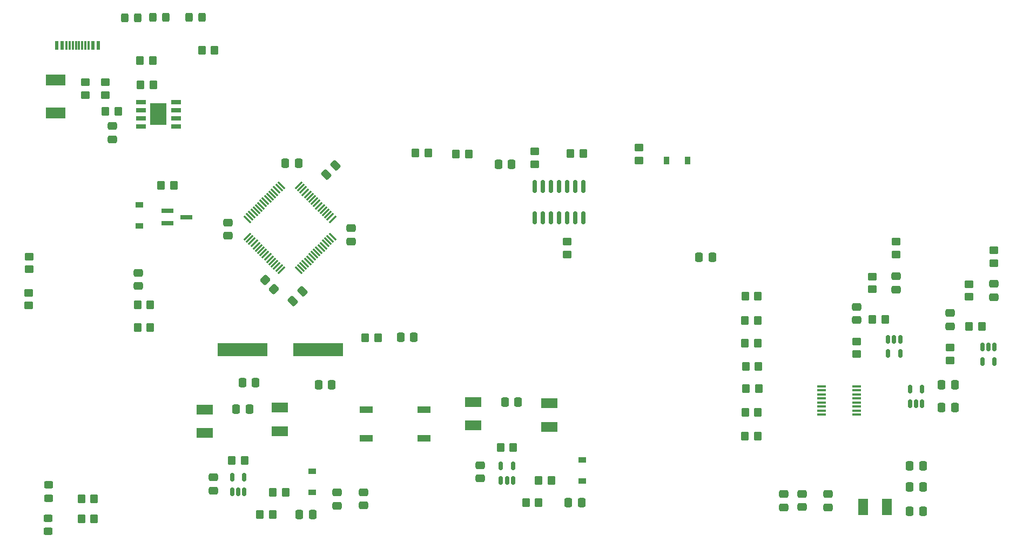
<source format=gbr>
%TF.GenerationSoftware,KiCad,Pcbnew,(6.0.0)*%
%TF.CreationDate,2023-05-12T18:21:32+02:00*%
%TF.ProjectId,main_func,6d61696e-5f66-4756-9e63-2e6b69636164,rev?*%
%TF.SameCoordinates,Original*%
%TF.FileFunction,Paste,Top*%
%TF.FilePolarity,Positive*%
%FSLAX46Y46*%
G04 Gerber Fmt 4.6, Leading zero omitted, Abs format (unit mm)*
G04 Created by KiCad (PCBNEW (6.0.0)) date 2023-05-12 18:21:32*
%MOMM*%
%LPD*%
G01*
G04 APERTURE LIST*
G04 Aperture macros list*
%AMRoundRect*
0 Rectangle with rounded corners*
0 $1 Rounding radius*
0 $2 $3 $4 $5 $6 $7 $8 $9 X,Y pos of 4 corners*
0 Add a 4 corners polygon primitive as box body*
4,1,4,$2,$3,$4,$5,$6,$7,$8,$9,$2,$3,0*
0 Add four circle primitives for the rounded corners*
1,1,$1+$1,$2,$3*
1,1,$1+$1,$4,$5*
1,1,$1+$1,$6,$7*
1,1,$1+$1,$8,$9*
0 Add four rect primitives between the rounded corners*
20,1,$1+$1,$2,$3,$4,$5,0*
20,1,$1+$1,$4,$5,$6,$7,0*
20,1,$1+$1,$6,$7,$8,$9,0*
20,1,$1+$1,$8,$9,$2,$3,0*%
G04 Aperture macros list end*
%ADD10RoundRect,0.250000X0.475000X-0.337500X0.475000X0.337500X-0.475000X0.337500X-0.475000X-0.337500X0*%
%ADD11R,3.150000X1.780000*%
%ADD12RoundRect,0.250000X-0.350000X-0.450000X0.350000X-0.450000X0.350000X0.450000X-0.350000X0.450000X0*%
%ADD13RoundRect,0.250000X-0.450000X0.350000X-0.450000X-0.350000X0.450000X-0.350000X0.450000X0.350000X0*%
%ADD14RoundRect,0.250000X0.450000X-0.350000X0.450000X0.350000X-0.450000X0.350000X-0.450000X-0.350000X0*%
%ADD15RoundRect,0.250000X-0.337500X-0.475000X0.337500X-0.475000X0.337500X0.475000X-0.337500X0.475000X0*%
%ADD16RoundRect,0.250000X0.350000X0.450000X-0.350000X0.450000X-0.350000X-0.450000X0.350000X-0.450000X0*%
%ADD17RoundRect,0.150000X0.150000X-0.512500X0.150000X0.512500X-0.150000X0.512500X-0.150000X-0.512500X0*%
%ADD18RoundRect,0.250000X-0.097227X0.574524X-0.574524X0.097227X0.097227X-0.574524X0.574524X-0.097227X0*%
%ADD19RoundRect,0.250000X-0.325000X-0.450000X0.325000X-0.450000X0.325000X0.450000X-0.325000X0.450000X0*%
%ADD20R,2.500000X1.500000*%
%ADD21R,1.200000X0.900000*%
%ADD22RoundRect,0.250000X0.337500X0.475000X-0.337500X0.475000X-0.337500X-0.475000X0.337500X-0.475000X0*%
%ADD23RoundRect,0.150000X0.150000X-0.825000X0.150000X0.825000X-0.150000X0.825000X-0.150000X-0.825000X0*%
%ADD24R,1.454899X0.354800*%
%ADD25RoundRect,0.250000X0.450000X-0.325000X0.450000X0.325000X-0.450000X0.325000X-0.450000X-0.325000X0*%
%ADD26RoundRect,0.150000X-0.150000X0.512500X-0.150000X-0.512500X0.150000X-0.512500X0.150000X0.512500X0*%
%ADD27R,1.900000X0.800000*%
%ADD28R,0.600000X1.450000*%
%ADD29R,0.300000X1.450000*%
%ADD30R,0.900000X1.200000*%
%ADD31RoundRect,0.075000X0.548008X-0.441942X-0.441942X0.548008X-0.548008X0.441942X0.441942X-0.548008X0*%
%ADD32RoundRect,0.075000X0.548008X0.441942X0.441942X0.548008X-0.548008X-0.441942X-0.441942X-0.548008X0*%
%ADD33RoundRect,0.250000X-0.475000X0.337500X-0.475000X-0.337500X0.475000X-0.337500X0.475000X0.337500X0*%
%ADD34R,1.525000X0.700000*%
%ADD35R,2.513000X3.402000*%
%ADD36R,2.100000X1.100000*%
%ADD37R,7.875000X2.000000*%
%ADD38RoundRect,0.250000X0.097227X-0.574524X0.574524X-0.097227X-0.097227X0.574524X-0.574524X0.097227X0*%
%ADD39R,1.500000X2.500000*%
%ADD40RoundRect,0.250000X0.325000X0.450000X-0.325000X0.450000X-0.325000X-0.450000X0.325000X-0.450000X0*%
%ADD41RoundRect,0.250000X-0.565685X-0.070711X-0.070711X-0.565685X0.565685X0.070711X0.070711X0.565685X0*%
G04 APERTURE END LIST*
D10*
%TO.C,C36*%
X110600000Y-82087500D03*
X110600000Y-80012500D03*
%TD*%
D11*
%TO.C,F1*%
X64300000Y-56735000D03*
X64300000Y-61965000D03*
%TD*%
D12*
%TO.C,R29*%
X91900000Y-116350000D03*
X93900000Y-116350000D03*
%TD*%
D10*
%TO.C,C2*%
X211370000Y-90788750D03*
X211370000Y-88713750D03*
%TD*%
D12*
%TO.C,R19*%
X77600000Y-57550000D03*
X79600000Y-57550000D03*
%TD*%
D13*
%TO.C,R16*%
X72100000Y-57150000D03*
X72100000Y-59150000D03*
%TD*%
D10*
%TO.C,C12*%
X189810000Y-94379999D03*
X189810000Y-92304999D03*
%TD*%
D14*
%TO.C,R33*%
X144440000Y-84130000D03*
X144440000Y-82130000D03*
%TD*%
%TO.C,R34*%
X60070000Y-92110000D03*
X60070000Y-90110000D03*
%TD*%
D10*
%TO.C,C14*%
X196010000Y-89617500D03*
X196010000Y-87542500D03*
%TD*%
D15*
%TO.C,C31*%
X105462500Y-104550000D03*
X107537500Y-104550000D03*
%TD*%
D16*
%TO.C,R13*%
X174310000Y-94430000D03*
X172310000Y-94430000D03*
%TD*%
%TO.C,R11*%
X174440000Y-101630000D03*
X172440000Y-101630000D03*
%TD*%
D17*
%TO.C,U3*%
X198207500Y-107467500D03*
X199157500Y-107467500D03*
X200107500Y-107467500D03*
X200107500Y-105192500D03*
X198207500Y-105192500D03*
%TD*%
D15*
%TO.C,C33*%
X100262500Y-69850000D03*
X102337500Y-69850000D03*
%TD*%
D18*
%TO.C,C35*%
X102933623Y-89916377D03*
X101466377Y-91383623D03*
%TD*%
D16*
%TO.C,R28*%
X174370000Y-90610000D03*
X172370000Y-90610000D03*
%TD*%
D19*
%TO.C,D5*%
X85175000Y-46950000D03*
X87225000Y-46950000D03*
%TD*%
D20*
%TO.C,L5*%
X141620001Y-111097499D03*
X141620001Y-107397499D03*
%TD*%
D14*
%TO.C,R14*%
X196010000Y-84080000D03*
X196010000Y-82080000D03*
%TD*%
D21*
%TO.C,D1*%
X77400000Y-79600000D03*
X77400000Y-76300000D03*
%TD*%
D12*
%TO.C,R20*%
X77500000Y-53750000D03*
X79500000Y-53750000D03*
%TD*%
D22*
%TO.C,C22*%
X146720002Y-122947500D03*
X144645002Y-122947500D03*
%TD*%
D15*
%TO.C,C18*%
X134682501Y-107247499D03*
X136757501Y-107247499D03*
%TD*%
D20*
%TO.C,L3*%
X99400000Y-111800000D03*
X99400000Y-108100000D03*
%TD*%
D15*
%TO.C,C23*%
X92562500Y-108350000D03*
X94637500Y-108350000D03*
%TD*%
D16*
%TO.C,R18*%
X74100000Y-61650000D03*
X72100000Y-61650000D03*
%TD*%
D23*
%TO.C,U11*%
X139360000Y-78365000D03*
X140630000Y-78365000D03*
X141900000Y-78365000D03*
X143170000Y-78365000D03*
X144440000Y-78365000D03*
X145710000Y-78365000D03*
X146980000Y-78365000D03*
X146980000Y-73415000D03*
X145710000Y-73415000D03*
X144440000Y-73415000D03*
X143170000Y-73415000D03*
X141900000Y-73415000D03*
X140630000Y-73415000D03*
X139360000Y-73415000D03*
%TD*%
D12*
%TO.C,R37*%
X134020000Y-114347500D03*
X136020000Y-114347500D03*
%TD*%
D24*
%TO.C,U4*%
X189811348Y-109192500D03*
X189811348Y-108557500D03*
X189811348Y-107922500D03*
X189811348Y-107287500D03*
X189811348Y-106652500D03*
X189811348Y-106017500D03*
X189811348Y-105382500D03*
X189811348Y-104747500D03*
X184368652Y-104747500D03*
X184368652Y-105382500D03*
X184368652Y-106017500D03*
X184368652Y-106652500D03*
X184368652Y-107287500D03*
X184368652Y-107922500D03*
X184368652Y-108557500D03*
X184368652Y-109192500D03*
%TD*%
D16*
%TO.C,R32*%
X89200000Y-52150000D03*
X87200000Y-52150000D03*
%TD*%
D25*
%TO.C,D8*%
X63200000Y-122275000D03*
X63200000Y-120225000D03*
%TD*%
D14*
%TO.C,R10*%
X192310000Y-89580000D03*
X192310000Y-87580000D03*
%TD*%
D12*
%TO.C,R6*%
X172360000Y-108820000D03*
X174360000Y-108820000D03*
%TD*%
D17*
%TO.C,U12*%
X134070000Y-119484998D03*
X135020000Y-119484998D03*
X135970000Y-119484998D03*
X135970000Y-117209998D03*
X134070000Y-117209998D03*
%TD*%
D16*
%TO.C,R31*%
X98300000Y-124850000D03*
X96300000Y-124850000D03*
%TD*%
D10*
%TO.C,C1*%
X204470000Y-95351249D03*
X204470000Y-93276249D03*
%TD*%
%TO.C,C25*%
X181318749Y-123669999D03*
X181318749Y-121594999D03*
%TD*%
D26*
%TO.C,U1*%
X211420000Y-98613750D03*
X210470000Y-98613750D03*
X209520000Y-98613750D03*
X209520000Y-100888750D03*
X211420000Y-100888750D03*
%TD*%
D27*
%TO.C,Q1*%
X81800000Y-77300000D03*
X81800000Y-79200000D03*
X84800000Y-78250000D03*
%TD*%
D13*
%TO.C,R27*%
X155750000Y-67360000D03*
X155750000Y-69360000D03*
%TD*%
D12*
%TO.C,R26*%
X127030000Y-68370000D03*
X129030000Y-68370000D03*
%TD*%
D15*
%TO.C,C7*%
X198165000Y-117239998D03*
X200240000Y-117239998D03*
%TD*%
%TO.C,C8*%
X198165002Y-120540001D03*
X200240002Y-120540001D03*
%TD*%
%TO.C,C13*%
X203160000Y-108050000D03*
X205235000Y-108050000D03*
%TD*%
D12*
%TO.C,R5*%
X172320000Y-112530000D03*
X174320000Y-112530000D03*
%TD*%
D15*
%TO.C,C30*%
X93562500Y-104150000D03*
X95637500Y-104150000D03*
%TD*%
D28*
%TO.C,J1*%
X70950000Y-51395000D03*
X70150000Y-51395000D03*
D29*
X68950000Y-51395000D03*
X67950000Y-51395000D03*
X67450000Y-51395000D03*
X66450000Y-51395000D03*
D28*
X65250000Y-51395000D03*
X64450000Y-51395000D03*
X64450000Y-51395000D03*
X65250000Y-51395000D03*
D29*
X65950000Y-51395000D03*
X66950000Y-51395000D03*
X68450000Y-51395000D03*
X69450000Y-51395000D03*
D28*
X70150000Y-51395000D03*
X70950000Y-51395000D03*
%TD*%
D30*
%TO.C,D4*%
X163320000Y-69380000D03*
X160020000Y-69380000D03*
%TD*%
D14*
%TO.C,R8*%
X189810000Y-99742500D03*
X189810000Y-97742500D03*
%TD*%
D15*
%TO.C,C6*%
X198165003Y-124339997D03*
X200240003Y-124339997D03*
%TD*%
D10*
%TO.C,C5*%
X185318748Y-123707499D03*
X185318748Y-121632499D03*
%TD*%
D22*
%TO.C,C15*%
X135737500Y-69970000D03*
X133662500Y-69970000D03*
%TD*%
D31*
%TO.C,U7*%
X102361181Y-86614481D03*
X102714734Y-86260928D03*
X103068287Y-85907375D03*
X103421841Y-85553821D03*
X103775394Y-85200268D03*
X104128948Y-84846714D03*
X104482501Y-84493161D03*
X104836054Y-84139608D03*
X105189608Y-83786054D03*
X105543161Y-83432501D03*
X105896714Y-83078948D03*
X106250268Y-82725394D03*
X106603821Y-82371841D03*
X106957375Y-82018287D03*
X107310928Y-81664734D03*
X107664481Y-81311181D03*
D32*
X107664481Y-78588819D03*
X107310928Y-78235266D03*
X106957375Y-77881713D03*
X106603821Y-77528159D03*
X106250268Y-77174606D03*
X105896714Y-76821052D03*
X105543161Y-76467499D03*
X105189608Y-76113946D03*
X104836054Y-75760392D03*
X104482501Y-75406839D03*
X104128948Y-75053286D03*
X103775394Y-74699732D03*
X103421841Y-74346179D03*
X103068287Y-73992625D03*
X102714734Y-73639072D03*
X102361181Y-73285519D03*
D31*
X99638819Y-73285519D03*
X99285266Y-73639072D03*
X98931713Y-73992625D03*
X98578159Y-74346179D03*
X98224606Y-74699732D03*
X97871052Y-75053286D03*
X97517499Y-75406839D03*
X97163946Y-75760392D03*
X96810392Y-76113946D03*
X96456839Y-76467499D03*
X96103286Y-76821052D03*
X95749732Y-77174606D03*
X95396179Y-77528159D03*
X95042625Y-77881713D03*
X94689072Y-78235266D03*
X94335519Y-78588819D03*
D32*
X94335519Y-81311181D03*
X94689072Y-81664734D03*
X95042625Y-82018287D03*
X95396179Y-82371841D03*
X95749732Y-82725394D03*
X96103286Y-83078948D03*
X96456839Y-83432501D03*
X96810392Y-83786054D03*
X97163946Y-84139608D03*
X97517499Y-84493161D03*
X97871052Y-84846714D03*
X98224606Y-85200268D03*
X98578159Y-85553821D03*
X98931713Y-85907375D03*
X99285266Y-86260928D03*
X99638819Y-86614481D03*
%TD*%
D15*
%TO.C,C16*%
X165142500Y-84520000D03*
X167217500Y-84520000D03*
%TD*%
D21*
%TO.C,D7*%
X146782498Y-119597498D03*
X146782498Y-116297498D03*
%TD*%
D13*
%TO.C,R35*%
X60140000Y-84420000D03*
X60140000Y-86420000D03*
%TD*%
D16*
%TO.C,R21*%
X79100000Y-92035000D03*
X77100000Y-92035000D03*
%TD*%
%TO.C,R23*%
X122680000Y-68180000D03*
X120680000Y-68180000D03*
%TD*%
D33*
%TO.C,C28*%
X112500000Y-121337500D03*
X112500000Y-123412500D03*
%TD*%
D16*
%TO.C,R30*%
X100300000Y-121400000D03*
X98300000Y-121400000D03*
%TD*%
D20*
%TO.C,L2*%
X87600000Y-112100000D03*
X87600000Y-108400000D03*
%TD*%
D34*
%TO.C,IC1*%
X77688000Y-60245000D03*
X77688000Y-61515000D03*
X77688000Y-62785000D03*
X77688000Y-64055000D03*
X83112000Y-64055000D03*
X83112000Y-62785000D03*
X83112000Y-61515000D03*
X83112000Y-60245000D03*
D35*
X80400000Y-62150000D03*
%TD*%
D33*
%TO.C,C27*%
X108400000Y-121375000D03*
X108400000Y-123450000D03*
%TD*%
D10*
%TO.C,C24*%
X178418748Y-123707499D03*
X178418748Y-121632499D03*
%TD*%
D33*
%TO.C,C21*%
X89000000Y-119012500D03*
X89000000Y-121087500D03*
%TD*%
D21*
%TO.C,D6*%
X104500000Y-121350000D03*
X104500000Y-118050000D03*
%TD*%
D36*
%TO.C,SW2*%
X112950000Y-108400000D03*
X122050000Y-108400000D03*
X112950000Y-112900000D03*
X122050000Y-112900000D03*
%TD*%
D33*
%TO.C,C19*%
X73200000Y-64012500D03*
X73200000Y-66087500D03*
%TD*%
D26*
%TO.C,U2*%
X196660000Y-97380000D03*
X195710000Y-97380000D03*
X194760000Y-97380000D03*
X194760000Y-99655000D03*
X196660000Y-99655000D03*
%TD*%
D33*
%TO.C,C17*%
X130782500Y-117110000D03*
X130782500Y-119185000D03*
%TD*%
D13*
%TO.C,R15*%
X68900000Y-57150000D03*
X68900000Y-59150000D03*
%TD*%
D12*
%TO.C,R7*%
X172480000Y-105100000D03*
X174480000Y-105100000D03*
%TD*%
D37*
%TO.C,Y1*%
X105437500Y-99050000D03*
X93562500Y-99050000D03*
%TD*%
D12*
%TO.C,R2*%
X207470000Y-95351250D03*
X209470000Y-95351250D03*
%TD*%
D15*
%TO.C,C32*%
X118362500Y-97050000D03*
X120437500Y-97050000D03*
%TD*%
D13*
%TO.C,R25*%
X139410000Y-67960000D03*
X139410000Y-69960000D03*
%TD*%
D14*
%TO.C,R3*%
X207470000Y-90751250D03*
X207470000Y-88751250D03*
%TD*%
D38*
%TO.C,C29*%
X106666377Y-71583623D03*
X108133623Y-70116377D03*
%TD*%
D14*
%TO.C,R1*%
X204470000Y-100713750D03*
X204470000Y-98713750D03*
%TD*%
D10*
%TO.C,C34*%
X91300000Y-81187500D03*
X91300000Y-79112500D03*
%TD*%
D25*
%TO.C,D9*%
X63100000Y-127475000D03*
X63100000Y-125425000D03*
%TD*%
D22*
%TO.C,C26*%
X104537500Y-124850000D03*
X102462500Y-124850000D03*
%TD*%
D19*
%TO.C,D2*%
X75075000Y-47050000D03*
X77125000Y-47050000D03*
%TD*%
D16*
%TO.C,R12*%
X174310000Y-97980000D03*
X172310000Y-97980000D03*
%TD*%
D12*
%TO.C,R22*%
X77100000Y-95535000D03*
X79100000Y-95535000D03*
%TD*%
D16*
%TO.C,R24*%
X146970000Y-68250000D03*
X144970000Y-68250000D03*
%TD*%
D39*
%TO.C,L1*%
X190852502Y-123639998D03*
X194552502Y-123639998D03*
%TD*%
D12*
%TO.C,R40*%
X112800000Y-97150000D03*
X114800000Y-97150000D03*
%TD*%
D16*
%TO.C,R39*%
X139982500Y-122947500D03*
X137982500Y-122947500D03*
%TD*%
D14*
%TO.C,R4*%
X211370000Y-85451250D03*
X211370000Y-83451250D03*
%TD*%
D33*
%TO.C,C20*%
X77200000Y-86997500D03*
X77200000Y-89072500D03*
%TD*%
D16*
%TO.C,R41*%
X70300000Y-122350000D03*
X68300000Y-122350000D03*
%TD*%
D15*
%TO.C,C9*%
X203160000Y-104530000D03*
X205235000Y-104530000D03*
%TD*%
D17*
%TO.C,U6*%
X91950000Y-121287500D03*
X92900000Y-121287500D03*
X93850000Y-121287500D03*
X93850000Y-119012500D03*
X91950000Y-119012500D03*
%TD*%
D12*
%TO.C,R9*%
X192310000Y-94280000D03*
X194310000Y-94280000D03*
%TD*%
D40*
%TO.C,D3*%
X81525000Y-46950000D03*
X79475000Y-46950000D03*
%TD*%
D41*
%TO.C,R36*%
X97092893Y-88142893D03*
X98507107Y-89557107D03*
%TD*%
D16*
%TO.C,R17*%
X82800000Y-73250000D03*
X80800000Y-73250000D03*
%TD*%
%TO.C,R38*%
X141982500Y-119547499D03*
X139982500Y-119547499D03*
%TD*%
D20*
%TO.C,L4*%
X129732499Y-110917501D03*
X129732499Y-107217501D03*
%TD*%
D16*
%TO.C,R42*%
X70300000Y-125550000D03*
X68300000Y-125550000D03*
%TD*%
M02*

</source>
